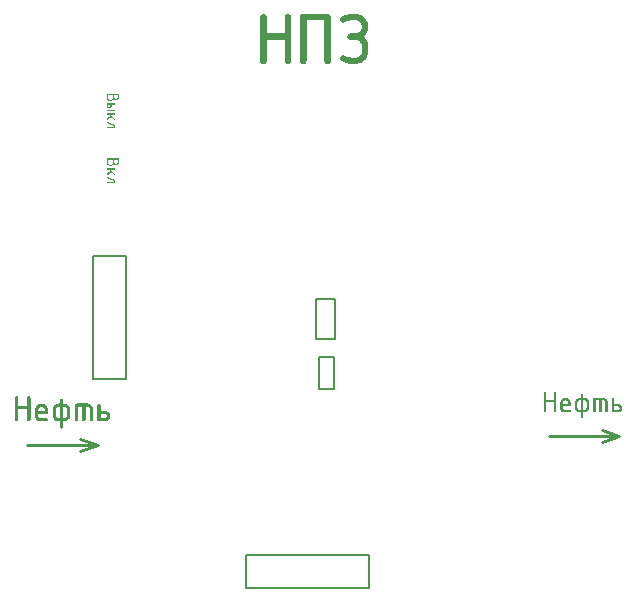
<source format=gto>
G04 Layer_Color=65535*
%FSLAX44Y44*%
%MOMM*%
G71*
G01*
G75*
%ADD21C,0.2000*%
%ADD22C,0.2540*%
G36*
X112003Y468165D02*
X112101Y468126D01*
X112179Y468048D01*
X112276Y467970D01*
X112335Y467834D01*
X112354Y467658D01*
Y467639D01*
Y467580D01*
X112335Y467483D01*
X112296Y467385D01*
X112218Y467307D01*
X112140Y467210D01*
X112003Y467151D01*
X111827Y467131D01*
X108902D01*
X112198Y463835D01*
X112218Y463815D01*
X112276Y463737D01*
X112335Y463620D01*
X112354Y463464D01*
Y463445D01*
Y463386D01*
X112335Y463288D01*
X112296Y463191D01*
X112218Y463113D01*
X112140Y463015D01*
X112003Y462957D01*
X111827Y462937D01*
X111789D01*
X111711Y462957D01*
X111574Y462996D01*
X111457Y463093D01*
X109136Y465395D01*
X105819Y463035D01*
X105800Y463015D01*
X105722Y462976D01*
X105624Y462957D01*
X105507Y462937D01*
X105429D01*
X105351Y462957D01*
X105254Y462996D01*
X105156Y463074D01*
X105078Y463152D01*
X105020Y463288D01*
X105000Y463464D01*
Y463484D01*
Y463503D01*
X105020Y463620D01*
X105098Y463757D01*
X105137Y463835D01*
X105215Y463893D01*
X108375Y466156D01*
X107399Y467131D01*
X105429D01*
X105351Y467151D01*
X105254Y467190D01*
X105156Y467268D01*
X105078Y467346D01*
X105020Y467483D01*
X105000Y467658D01*
Y467678D01*
Y467736D01*
X105020Y467834D01*
X105058Y467912D01*
X105117Y468009D01*
X105215Y468107D01*
X105332Y468165D01*
X105507Y468185D01*
X111906D01*
X112003Y468165D01*
D02*
G37*
G36*
X105683Y460811D02*
X111925Y458743D01*
X111945D01*
X111984Y458704D01*
X112062Y458665D01*
X112140Y458626D01*
X112218Y458548D01*
X112296Y458451D01*
X112335Y458353D01*
X112354Y458217D01*
Y456110D01*
Y456090D01*
Y456032D01*
X112335Y455934D01*
X112296Y455837D01*
X112218Y455759D01*
X112140Y455661D01*
X112003Y455603D01*
X111827Y455583D01*
X105429D01*
X105351Y455603D01*
X105254Y455642D01*
X105156Y455720D01*
X105078Y455798D01*
X105020Y455934D01*
X105000Y456110D01*
Y456129D01*
Y456188D01*
X105020Y456285D01*
X105058Y456363D01*
X105117Y456461D01*
X105215Y456558D01*
X105332Y456617D01*
X105507Y456637D01*
X111301D01*
Y457846D01*
X105351Y459816D01*
X105332D01*
X105293Y459836D01*
X105176Y459914D01*
X105117Y459992D01*
X105058Y460070D01*
X105020Y460167D01*
X105000Y460304D01*
Y460323D01*
Y460382D01*
X105020Y460480D01*
X105058Y460558D01*
X105137Y460655D01*
X105215Y460753D01*
X105351Y460811D01*
X105527Y460831D01*
X105585D01*
X105683Y460811D01*
D02*
G37*
G36*
X115163Y429981D02*
X115261Y429941D01*
X115339Y429883D01*
X115436Y429785D01*
X115495Y429668D01*
X115514Y429493D01*
Y426859D01*
Y426840D01*
Y426801D01*
Y426742D01*
X115495Y426664D01*
X115475Y426469D01*
X115417Y426216D01*
X115339Y425904D01*
X115202Y425591D01*
X115007Y425279D01*
X114754Y424987D01*
X114715Y424948D01*
X114617Y424870D01*
X114461Y424753D01*
X114227Y424596D01*
X113954Y424460D01*
X113642Y424343D01*
X113291Y424265D01*
X112881Y424226D01*
X112764D01*
X112666Y424245D01*
X112432Y424284D01*
X112159Y424343D01*
X111827Y424460D01*
X111476Y424636D01*
X111320Y424753D01*
X111145Y424870D01*
X110989Y425026D01*
X110833Y425201D01*
X110813Y425182D01*
X110794Y425143D01*
X110735Y425065D01*
X110657Y424967D01*
X110579Y424850D01*
X110462Y424733D01*
X110325Y424596D01*
X110169Y424440D01*
X109974Y424304D01*
X109779Y424167D01*
X109565Y424050D01*
X109311Y423933D01*
X109058Y423836D01*
X108765Y423758D01*
X108472Y423719D01*
X108141Y423699D01*
X108024D01*
X107926Y423719D01*
X107809D01*
X107673Y423738D01*
X107380Y423816D01*
X107029Y423933D01*
X106658Y424089D01*
X106268Y424323D01*
X106092Y424479D01*
X105917Y424636D01*
Y424655D01*
X105878Y424674D01*
X105839Y424733D01*
X105780Y424792D01*
X105624Y424987D01*
X105468Y425260D01*
X105293Y425572D01*
X105137Y425962D01*
X105039Y426391D01*
X105020Y426625D01*
X105000Y426859D01*
Y429493D01*
Y429512D01*
Y429571D01*
X105020Y429649D01*
X105058Y429746D01*
X105117Y429844D01*
X105215Y429922D01*
X105332Y429981D01*
X105507Y430000D01*
X115066D01*
X115163Y429981D01*
D02*
G37*
G36*
Y484981D02*
X115261Y484941D01*
X115339Y484883D01*
X115436Y484785D01*
X115495Y484668D01*
X115514Y484493D01*
Y481859D01*
Y481840D01*
Y481801D01*
Y481742D01*
X115495Y481664D01*
X115475Y481469D01*
X115417Y481216D01*
X115339Y480904D01*
X115202Y480591D01*
X115007Y480279D01*
X114754Y479987D01*
X114715Y479948D01*
X114617Y479870D01*
X114461Y479753D01*
X114227Y479596D01*
X113954Y479460D01*
X113642Y479343D01*
X113291Y479265D01*
X112881Y479226D01*
X112764D01*
X112666Y479245D01*
X112432Y479284D01*
X112159Y479343D01*
X111827Y479460D01*
X111476Y479636D01*
X111320Y479753D01*
X111145Y479870D01*
X110989Y480026D01*
X110833Y480201D01*
X110813Y480182D01*
X110794Y480143D01*
X110735Y480065D01*
X110657Y479967D01*
X110579Y479850D01*
X110462Y479733D01*
X110325Y479596D01*
X110169Y479440D01*
X109974Y479304D01*
X109779Y479167D01*
X109565Y479050D01*
X109311Y478933D01*
X109058Y478836D01*
X108765Y478758D01*
X108472Y478719D01*
X108141Y478699D01*
X108024D01*
X107926Y478719D01*
X107809D01*
X107673Y478738D01*
X107380Y478816D01*
X107029Y478933D01*
X106658Y479089D01*
X106268Y479323D01*
X106092Y479479D01*
X105917Y479636D01*
Y479655D01*
X105878Y479675D01*
X105839Y479733D01*
X105780Y479792D01*
X105624Y479987D01*
X105468Y480260D01*
X105293Y480572D01*
X105137Y480962D01*
X105039Y481391D01*
X105020Y481625D01*
X105000Y481859D01*
Y484493D01*
Y484512D01*
Y484571D01*
X105020Y484649D01*
X105058Y484746D01*
X105117Y484844D01*
X105215Y484922D01*
X105332Y484981D01*
X105507Y485000D01*
X115066D01*
X115163Y484981D01*
D02*
G37*
G36*
X112003Y476573D02*
X112101Y476534D01*
X112179Y476456D01*
X112276Y476378D01*
X112335Y476241D01*
X112354Y476066D01*
Y476046D01*
Y475988D01*
X112335Y475890D01*
X112296Y475793D01*
X112218Y475715D01*
X112140Y475617D01*
X112003Y475559D01*
X111827Y475539D01*
X109214D01*
Y474486D01*
Y474466D01*
Y474447D01*
Y474330D01*
X109175Y474174D01*
X109136Y473979D01*
X109058Y473744D01*
X108960Y473491D01*
X108804Y473237D01*
X108589Y473003D01*
X108570Y472984D01*
X108472Y472906D01*
X108355Y472808D01*
X108180Y472691D01*
X107965Y472574D01*
X107711Y472476D01*
X107419Y472398D01*
X107107Y472379D01*
X106951D01*
X106795Y472418D01*
X106580Y472457D01*
X106346Y472535D01*
X106092Y472632D01*
X105839Y472789D01*
X105605Y473003D01*
X105585Y473023D01*
X105507Y473120D01*
X105410Y473237D01*
X105312Y473413D01*
X105195Y473627D01*
X105098Y473881D01*
X105020Y474174D01*
X105000Y474486D01*
Y476066D01*
Y476085D01*
Y476144D01*
X105020Y476241D01*
X105058Y476319D01*
X105117Y476417D01*
X105215Y476514D01*
X105332Y476573D01*
X105507Y476592D01*
X111906D01*
X112003Y476573D01*
D02*
G37*
G36*
Y471325D02*
X112101Y471287D01*
X112179Y471208D01*
X112276Y471130D01*
X112335Y470994D01*
X112354Y470818D01*
Y470799D01*
Y470740D01*
X112335Y470643D01*
X112296Y470545D01*
X112218Y470467D01*
X112140Y470370D01*
X112003Y470311D01*
X111827Y470292D01*
X105429D01*
X105351Y470311D01*
X105254Y470350D01*
X105156Y470428D01*
X105078Y470506D01*
X105020Y470643D01*
X105000Y470818D01*
Y470838D01*
Y470896D01*
X105020Y470994D01*
X105058Y471072D01*
X105117Y471169D01*
X105215Y471267D01*
X105332Y471325D01*
X105507Y471345D01*
X111906D01*
X112003Y471325D01*
D02*
G37*
G36*
Y421573D02*
X112101Y421534D01*
X112179Y421456D01*
X112276Y421378D01*
X112335Y421241D01*
X112354Y421066D01*
Y421046D01*
Y420988D01*
X112335Y420890D01*
X112296Y420793D01*
X112218Y420715D01*
X112140Y420617D01*
X112003Y420559D01*
X111827Y420539D01*
X108902D01*
X112198Y417242D01*
X112218Y417223D01*
X112276Y417145D01*
X112335Y417028D01*
X112354Y416872D01*
Y416852D01*
Y416794D01*
X112335Y416696D01*
X112296Y416599D01*
X112218Y416521D01*
X112140Y416423D01*
X112003Y416365D01*
X111827Y416345D01*
X111789D01*
X111711Y416365D01*
X111574Y416404D01*
X111457Y416501D01*
X109136Y418803D01*
X105819Y416442D01*
X105800Y416423D01*
X105722Y416384D01*
X105624Y416365D01*
X105507Y416345D01*
X105429D01*
X105351Y416365D01*
X105254Y416404D01*
X105156Y416482D01*
X105078Y416559D01*
X105020Y416696D01*
X105000Y416872D01*
Y416891D01*
Y416911D01*
X105020Y417028D01*
X105098Y417164D01*
X105137Y417242D01*
X105215Y417301D01*
X108375Y419564D01*
X107399Y420539D01*
X105429D01*
X105351Y420559D01*
X105254Y420597D01*
X105156Y420676D01*
X105078Y420754D01*
X105020Y420890D01*
X105000Y421066D01*
Y421085D01*
Y421144D01*
X105020Y421241D01*
X105058Y421319D01*
X105117Y421417D01*
X105215Y421514D01*
X105332Y421573D01*
X105507Y421592D01*
X111906D01*
X112003Y421573D01*
D02*
G37*
G36*
X89417Y222491D02*
X89847Y222413D01*
X90354Y222257D01*
X90862Y222023D01*
X91408Y221672D01*
X91916Y221242D01*
X91955Y221203D01*
X92111Y221008D01*
X92345Y220735D01*
X92579Y220383D01*
X92814Y219915D01*
X93048Y219368D01*
X93204Y218783D01*
X93243Y218119D01*
Y208827D01*
Y208788D01*
X93204Y208632D01*
X93165Y208398D01*
X93087Y208164D01*
X92892Y207929D01*
X92657Y207695D01*
X92306Y207539D01*
X91838Y207500D01*
X91798D01*
X91642Y207539D01*
X91408Y207578D01*
X91174Y207656D01*
X90940Y207812D01*
X90705Y208047D01*
X90549Y208398D01*
X90510Y208827D01*
Y218119D01*
Y218158D01*
Y218236D01*
X90471Y218392D01*
X90432Y218548D01*
X90276Y218978D01*
X90159Y219173D01*
X89964Y219368D01*
X89925Y219407D01*
X89886Y219446D01*
X89768Y219524D01*
X89612Y219641D01*
X89222Y219798D01*
X89027Y219837D01*
X88753Y219876D01*
X87036D01*
Y208827D01*
Y208788D01*
X86997Y208632D01*
X86958Y208398D01*
X86880Y208164D01*
X86684Y207929D01*
X86450Y207695D01*
X86099Y207539D01*
X85630Y207500D01*
X85591D01*
X85435Y207539D01*
X85201Y207578D01*
X84967Y207656D01*
X84732Y207812D01*
X84498Y208047D01*
X84342Y208398D01*
X84303Y208827D01*
Y219876D01*
X80828D01*
Y208827D01*
Y208788D01*
X80789Y208632D01*
X80750Y208398D01*
X80672Y208164D01*
X80477Y207929D01*
X80243Y207695D01*
X79891Y207539D01*
X79423Y207500D01*
X79384D01*
X79228Y207539D01*
X78994Y207578D01*
X78759Y207656D01*
X78525Y207812D01*
X78291Y208047D01*
X78135Y208398D01*
X78096Y208827D01*
Y221203D01*
Y221281D01*
X78135Y221437D01*
X78174Y221632D01*
X78252Y221906D01*
X78408Y222140D01*
X78642Y222374D01*
X78994Y222530D01*
X79423Y222569D01*
X89066D01*
X89417Y222491D01*
D02*
G37*
G36*
X50221Y222530D02*
X50651Y222491D01*
X51197Y222374D01*
X51783Y222179D01*
X52446Y221906D01*
X53110Y221515D01*
X53735Y220969D01*
X53813Y220891D01*
X53969Y220695D01*
X54242Y220344D01*
X54555Y219876D01*
X54828Y219329D01*
X55101Y218665D01*
X55257Y217924D01*
X55335Y217104D01*
Y213707D01*
X47098D01*
Y211951D01*
Y211912D01*
Y211833D01*
X47137Y211677D01*
X47176Y211521D01*
X47332Y211131D01*
X47449Y210896D01*
X47606Y210701D01*
X47645Y210662D01*
X47684Y210623D01*
X47801Y210545D01*
X47957Y210467D01*
X48308Y210272D01*
X48542Y210233D01*
X48777Y210194D01*
X54008D01*
X54164Y210155D01*
X54359Y210116D01*
X54633Y210038D01*
X54906Y209842D01*
X55101Y209608D01*
X55257Y209296D01*
X55335Y208827D01*
Y208788D01*
X55296Y208632D01*
X55257Y208398D01*
X55179Y208164D01*
X54984Y207929D01*
X54750Y207695D01*
X54398Y207539D01*
X53930Y207500D01*
X48699D01*
X48464Y207539D01*
X48113Y207578D01*
X47684Y207656D01*
X47176Y207812D01*
X46669Y208047D01*
X46122Y208320D01*
X45615Y208749D01*
X45575Y208827D01*
X45419Y208983D01*
X45224Y209257D01*
X44990Y209647D01*
X44756Y210077D01*
X44560Y210623D01*
X44404Y211248D01*
X44365Y211912D01*
Y217065D01*
Y217104D01*
Y217182D01*
Y217299D01*
X44404Y217455D01*
X44443Y217885D01*
X44560Y218431D01*
X44756Y219017D01*
X45029Y219680D01*
X45419Y220344D01*
X45927Y220969D01*
X46005Y221047D01*
X46200Y221203D01*
X46551Y221476D01*
X47020Y221789D01*
X47566Y222062D01*
X48269Y222335D01*
X49011Y222491D01*
X49831Y222569D01*
X50065D01*
X50221Y222530D01*
D02*
G37*
G36*
X66891Y226669D02*
X67086Y226630D01*
X67360Y226551D01*
X67633Y226356D01*
X67828Y226122D01*
X67984Y225810D01*
X68062Y225341D01*
Y222569D01*
X68375D01*
X68687Y222530D01*
X69116D01*
X69546Y222452D01*
X70014Y222374D01*
X70483Y222296D01*
X70873Y222140D01*
X70951Y222101D01*
X71146Y222023D01*
X71420Y221867D01*
X71771Y221672D01*
X72161Y221359D01*
X72552Y221008D01*
X72981Y220617D01*
X73333Y220110D01*
X73372Y220032D01*
X73489Y219876D01*
X73645Y219602D01*
X73801Y219212D01*
X73957Y218783D01*
X74113Y218275D01*
X74231Y217689D01*
X74270Y217104D01*
Y212966D01*
Y212927D01*
Y212848D01*
Y212731D01*
X74231Y212575D01*
X74192Y212185D01*
X74075Y211638D01*
X73879Y211014D01*
X73567Y210389D01*
X73177Y209725D01*
X72630Y209101D01*
X72552Y209023D01*
X72357Y208866D01*
X72005Y208593D01*
X71537Y208320D01*
X70990Y208008D01*
X70327Y207734D01*
X69546Y207578D01*
X68726Y207500D01*
X68062D01*
Y202659D01*
Y202620D01*
X68023Y202464D01*
X67984Y202230D01*
X67906Y201995D01*
X67711Y201722D01*
X67477Y201527D01*
X67125Y201371D01*
X66657Y201293D01*
X66618D01*
X66462Y201332D01*
X66227Y201371D01*
X65993Y201449D01*
X65759Y201644D01*
X65525Y201878D01*
X65369Y202191D01*
X65330Y202659D01*
Y207500D01*
X64354D01*
X64197Y207539D01*
X63807Y207578D01*
X63260Y207695D01*
X62636Y207890D01*
X62011Y208164D01*
X61347Y208554D01*
X60723Y209062D01*
X60645Y209140D01*
X60489Y209335D01*
X60215Y209686D01*
X59942Y210155D01*
X59630Y210701D01*
X59356Y211404D01*
X59200Y212146D01*
X59122Y212966D01*
Y217065D01*
Y217104D01*
Y217182D01*
Y217299D01*
X59161Y217455D01*
X59200Y217885D01*
X59317Y218431D01*
X59513Y219017D01*
X59786Y219680D01*
X60176Y220344D01*
X60723Y220969D01*
X60801Y221047D01*
X60996Y221203D01*
X61347Y221476D01*
X61816Y221789D01*
X62362Y222062D01*
X63026Y222335D01*
X63768Y222491D01*
X64588Y222569D01*
X65330D01*
Y225341D01*
Y225419D01*
X65369Y225575D01*
X65408Y225771D01*
X65486Y226044D01*
X65642Y226278D01*
X65876Y226512D01*
X66227Y226669D01*
X66657Y226708D01*
X66735D01*
X66891Y226669D01*
D02*
G37*
G36*
X105683Y414219D02*
X111925Y412151D01*
X111945D01*
X111984Y412112D01*
X112062Y412073D01*
X112140Y412034D01*
X112218Y411956D01*
X112296Y411858D01*
X112335Y411761D01*
X112354Y411624D01*
Y409517D01*
Y409498D01*
Y409439D01*
X112335Y409342D01*
X112296Y409244D01*
X112218Y409166D01*
X112140Y409069D01*
X112003Y409010D01*
X111827Y408991D01*
X105429D01*
X105351Y409010D01*
X105254Y409049D01*
X105156Y409127D01*
X105078Y409205D01*
X105020Y409342D01*
X105000Y409517D01*
Y409537D01*
Y409595D01*
X105020Y409693D01*
X105058Y409771D01*
X105117Y409869D01*
X105215Y409966D01*
X105332Y410025D01*
X105507Y410044D01*
X111301D01*
Y411254D01*
X105351Y413224D01*
X105332D01*
X105293Y413243D01*
X105176Y413321D01*
X105117Y413399D01*
X105058Y413477D01*
X105020Y413575D01*
X105000Y413712D01*
Y413731D01*
Y413789D01*
X105020Y413887D01*
X105058Y413965D01*
X105137Y414063D01*
X105215Y414160D01*
X105351Y414219D01*
X105527Y414238D01*
X105585D01*
X105683Y414219D01*
D02*
G37*
G36*
X39368Y228738D02*
X39563Y228699D01*
X39837Y228620D01*
X40110Y228425D01*
X40305Y228191D01*
X40461Y227879D01*
X40539Y227410D01*
Y208827D01*
Y208788D01*
X40500Y208632D01*
X40461Y208398D01*
X40383Y208164D01*
X40188Y207929D01*
X39954Y207695D01*
X39602Y207539D01*
X39134Y207500D01*
X39095D01*
X38939Y207539D01*
X38704Y207578D01*
X38470Y207656D01*
X38236Y207812D01*
X38002Y208047D01*
X37845Y208398D01*
X37806Y208827D01*
Y217806D01*
X30233D01*
Y208827D01*
Y208788D01*
X30194Y208632D01*
X30155Y208398D01*
X30077Y208164D01*
X29881Y207929D01*
X29647Y207695D01*
X29296Y207539D01*
X28827Y207500D01*
X28788D01*
X28632Y207539D01*
X28398Y207578D01*
X28164Y207656D01*
X27929Y207812D01*
X27695Y208047D01*
X27539Y208398D01*
X27500Y208827D01*
Y227410D01*
Y227488D01*
X27539Y227645D01*
X27578Y227840D01*
X27656Y228113D01*
X27812Y228347D01*
X28047Y228582D01*
X28398Y228738D01*
X28827Y228777D01*
X28905D01*
X29062Y228738D01*
X29257Y228699D01*
X29530Y228620D01*
X29803Y228425D01*
X29999Y228191D01*
X30155Y227879D01*
X30233Y227410D01*
Y220500D01*
X37806D01*
Y227410D01*
Y227488D01*
X37845Y227645D01*
X37885Y227840D01*
X37963Y228113D01*
X38119Y228347D01*
X38353Y228582D01*
X38704Y228738D01*
X39134Y228777D01*
X39212D01*
X39368Y228738D01*
D02*
G37*
G36*
X98631Y222530D02*
X98826Y222491D01*
X99099Y222413D01*
X99372Y222218D01*
X99567Y221984D01*
X99724Y221672D01*
X99802Y221203D01*
Y216401D01*
X103862D01*
X104213Y216323D01*
X104643Y216245D01*
X105150Y216089D01*
X105658Y215854D01*
X106204Y215503D01*
X106712Y215074D01*
X106751Y215035D01*
X106907Y214839D01*
X107141Y214566D01*
X107375Y214215D01*
X107610Y213746D01*
X107844Y213200D01*
X108000Y212614D01*
X108039Y211951D01*
Y211912D01*
Y211873D01*
Y211638D01*
X107961Y211287D01*
X107883Y210857D01*
X107727Y210350D01*
X107493Y209842D01*
X107141Y209296D01*
X106712Y208788D01*
X106673Y208749D01*
X106477Y208593D01*
X106204Y208398D01*
X105853Y208164D01*
X105384Y207890D01*
X104838Y207695D01*
X104213Y207539D01*
X103549Y207500D01*
X98357D01*
X98201Y207539D01*
X97967Y207578D01*
X97733Y207656D01*
X97498Y207812D01*
X97264Y208047D01*
X97108Y208398D01*
X97069Y208827D01*
Y221203D01*
Y221281D01*
X97108Y221437D01*
X97147Y221632D01*
X97225Y221906D01*
X97381Y222140D01*
X97615Y222374D01*
X97967Y222530D01*
X98396Y222569D01*
X98474D01*
X98631Y222530D01*
D02*
G37*
G36*
X526081Y227368D02*
X526435Y227303D01*
X526854Y227174D01*
X527272Y226981D01*
X527723Y226691D01*
X528142Y226337D01*
X528174Y226305D01*
X528303Y226144D01*
X528496Y225918D01*
X528689Y225628D01*
X528883Y225242D01*
X529076Y224791D01*
X529205Y224308D01*
X529237Y223760D01*
Y216095D01*
Y216063D01*
X529205Y215934D01*
X529173Y215741D01*
X529108Y215548D01*
X528947Y215354D01*
X528754Y215161D01*
X528464Y215032D01*
X528078Y215000D01*
X528045D01*
X527916Y215032D01*
X527723Y215064D01*
X527530Y215129D01*
X527337Y215258D01*
X527144Y215451D01*
X527015Y215741D01*
X526982Y216095D01*
Y223760D01*
Y223793D01*
Y223857D01*
X526950Y223986D01*
X526918Y224115D01*
X526789Y224469D01*
X526693Y224630D01*
X526531Y224791D01*
X526499Y224823D01*
X526467Y224855D01*
X526371Y224920D01*
X526242Y225016D01*
X525920Y225145D01*
X525759Y225177D01*
X525533Y225210D01*
X524116D01*
Y216095D01*
Y216063D01*
X524084Y215934D01*
X524052Y215741D01*
X523987Y215548D01*
X523826Y215354D01*
X523633Y215161D01*
X523343Y215032D01*
X522957Y215000D01*
X522924D01*
X522795Y215032D01*
X522602Y215064D01*
X522409Y215129D01*
X522216Y215258D01*
X522023Y215451D01*
X521894Y215741D01*
X521861Y216095D01*
Y225210D01*
X518995D01*
Y216095D01*
Y216063D01*
X518963Y215934D01*
X518931Y215741D01*
X518866Y215548D01*
X518705Y215354D01*
X518512Y215161D01*
X518222Y215032D01*
X517836Y215000D01*
X517803D01*
X517675Y215032D01*
X517481Y215064D01*
X517288Y215129D01*
X517095Y215258D01*
X516902Y215451D01*
X516773Y215741D01*
X516740Y216095D01*
Y226305D01*
Y226369D01*
X516773Y226498D01*
X516805Y226659D01*
X516869Y226884D01*
X516998Y227078D01*
X517191Y227271D01*
X517481Y227400D01*
X517836Y227432D01*
X525791D01*
X526081Y227368D01*
D02*
G37*
G36*
X493745Y227400D02*
X494099Y227368D01*
X494550Y227271D01*
X495033Y227110D01*
X495580Y226884D01*
X496128Y226562D01*
X496643Y226112D01*
X496708Y226047D01*
X496837Y225886D01*
X497062Y225596D01*
X497320Y225210D01*
X497545Y224759D01*
X497771Y224211D01*
X497899Y223599D01*
X497964Y222923D01*
Y220121D01*
X491168D01*
Y218672D01*
Y218639D01*
Y218575D01*
X491200Y218446D01*
X491232Y218317D01*
X491361Y217995D01*
X491458Y217802D01*
X491587Y217641D01*
X491619Y217609D01*
X491651Y217577D01*
X491748Y217512D01*
X491877Y217448D01*
X492166Y217287D01*
X492360Y217255D01*
X492553Y217222D01*
X496869D01*
X496997Y217190D01*
X497159Y217158D01*
X497384Y217094D01*
X497609Y216932D01*
X497771Y216739D01*
X497899Y216481D01*
X497964Y216095D01*
Y216063D01*
X497932Y215934D01*
X497899Y215741D01*
X497835Y215548D01*
X497674Y215354D01*
X497481Y215161D01*
X497191Y215032D01*
X496804Y215000D01*
X492489D01*
X492295Y215032D01*
X492005Y215064D01*
X491651Y215129D01*
X491232Y215258D01*
X490814Y215451D01*
X490363Y215676D01*
X489944Y216031D01*
X489912Y216095D01*
X489783Y216224D01*
X489622Y216449D01*
X489429Y216771D01*
X489236Y217126D01*
X489075Y217577D01*
X488946Y218092D01*
X488913Y218639D01*
Y222891D01*
Y222923D01*
Y222987D01*
Y223084D01*
X488946Y223213D01*
X488978Y223567D01*
X489075Y224018D01*
X489236Y224501D01*
X489461Y225049D01*
X489783Y225596D01*
X490202Y226112D01*
X490266Y226176D01*
X490427Y226305D01*
X490717Y226530D01*
X491104Y226788D01*
X491554Y227013D01*
X492134Y227239D01*
X492746Y227368D01*
X493423Y227432D01*
X493616D01*
X493745Y227400D01*
D02*
G37*
G36*
X484791Y232521D02*
X484952Y232488D01*
X485177Y232424D01*
X485403Y232263D01*
X485564Y232070D01*
X485693Y231812D01*
X485757Y231426D01*
Y216095D01*
Y216063D01*
X485725Y215934D01*
X485693Y215741D01*
X485628Y215548D01*
X485467Y215354D01*
X485274Y215161D01*
X484984Y215032D01*
X484598Y215000D01*
X484566D01*
X484437Y215032D01*
X484244Y215064D01*
X484050Y215129D01*
X483857Y215258D01*
X483664Y215451D01*
X483535Y215741D01*
X483503Y216095D01*
Y223503D01*
X477254D01*
Y216095D01*
Y216063D01*
X477222Y215934D01*
X477190Y215741D01*
X477126Y215548D01*
X476965Y215354D01*
X476771Y215161D01*
X476482Y215032D01*
X476095Y215000D01*
X476063D01*
X475934Y215032D01*
X475741Y215064D01*
X475547Y215129D01*
X475354Y215258D01*
X475161Y215451D01*
X475032Y215741D01*
X475000Y216095D01*
Y231426D01*
Y231490D01*
X475032Y231619D01*
X475064Y231780D01*
X475129Y232005D01*
X475258Y232199D01*
X475451Y232392D01*
X475741Y232521D01*
X476095Y232553D01*
X476160D01*
X476288Y232521D01*
X476449Y232488D01*
X476675Y232424D01*
X476900Y232263D01*
X477061Y232070D01*
X477190Y231812D01*
X477254Y231426D01*
Y225725D01*
X483503D01*
Y231426D01*
Y231490D01*
X483535Y231619D01*
X483567Y231780D01*
X483632Y232005D01*
X483760Y232199D01*
X483954Y232392D01*
X484244Y232521D01*
X484598Y232553D01*
X484662D01*
X484791Y232521D01*
D02*
G37*
G36*
X533681Y227400D02*
X533843Y227368D01*
X534068Y227303D01*
X534294Y227142D01*
X534454Y226949D01*
X534583Y226691D01*
X534648Y226305D01*
Y222343D01*
X537997D01*
X538287Y222279D01*
X538641Y222214D01*
X539060Y222086D01*
X539479Y221892D01*
X539930Y221602D01*
X540348Y221248D01*
X540381Y221216D01*
X540509Y221055D01*
X540703Y220830D01*
X540896Y220540D01*
X541089Y220153D01*
X541282Y219702D01*
X541411Y219219D01*
X541443Y218672D01*
Y218639D01*
Y218607D01*
Y218414D01*
X541379Y218124D01*
X541315Y217770D01*
X541186Y217351D01*
X540993Y216932D01*
X540703Y216481D01*
X540348Y216063D01*
X540316Y216031D01*
X540155Y215902D01*
X539930Y215741D01*
X539640Y215548D01*
X539253Y215322D01*
X538802Y215161D01*
X538287Y215032D01*
X537740Y215000D01*
X533456D01*
X533327Y215032D01*
X533134Y215064D01*
X532941Y215129D01*
X532747Y215258D01*
X532554Y215451D01*
X532425Y215741D01*
X532393Y216095D01*
Y226305D01*
Y226369D01*
X532425Y226498D01*
X532458Y226659D01*
X532522Y226884D01*
X532651Y227078D01*
X532844Y227271D01*
X533134Y227400D01*
X533488Y227432D01*
X533553D01*
X533681Y227400D01*
D02*
G37*
G36*
X316229Y552489D02*
X317088Y552411D01*
X318182Y552177D01*
X319353Y551786D01*
X320681Y551161D01*
X322009Y550380D01*
X323259Y549287D01*
X323415Y549131D01*
X323805Y548740D01*
X324274Y548037D01*
X324899Y547100D01*
X325524Y546006D01*
X325992Y544679D01*
X326383Y543195D01*
X326539Y541554D01*
Y541476D01*
Y541320D01*
Y541008D01*
X326461Y540695D01*
X326383Y540227D01*
X326305Y539680D01*
X325992Y538508D01*
X325524Y537181D01*
X324821Y535775D01*
X324352Y535150D01*
X323805Y534447D01*
X323102Y533822D01*
X322399Y533275D01*
X322556Y533197D01*
X322868Y532963D01*
X323337Y532494D01*
X323962Y531869D01*
X324586Y531166D01*
X325133Y530229D01*
X325680Y529136D01*
X326070Y527886D01*
Y527808D01*
X326148Y527574D01*
X326227Y527105D01*
X326305Y526402D01*
X326383Y525465D01*
X326461Y524215D01*
X326539Y522731D01*
Y521872D01*
Y520935D01*
Y520857D01*
Y520700D01*
Y520466D01*
X326461Y520154D01*
X326383Y519373D01*
X326148Y518279D01*
X325758Y517029D01*
X325133Y515780D01*
X324352Y514452D01*
X323259Y513202D01*
X323102Y513046D01*
X322712Y512734D01*
X322009Y512187D01*
X321072Y511640D01*
X319978Y511015D01*
X318650Y510469D01*
X317088Y510156D01*
X315448Y510000D01*
X312871D01*
X312558Y510078D01*
X312090D01*
X311543Y510156D01*
X310293Y510312D01*
X308809Y510547D01*
X307247Y511015D01*
X305607Y511562D01*
X303967Y512343D01*
X303889Y512421D01*
X303732Y512499D01*
X303264Y512968D01*
X302717Y513671D01*
X302561Y514140D01*
X302483Y514686D01*
Y514764D01*
Y514921D01*
X302561Y515389D01*
X302795Y516014D01*
X303264Y516639D01*
X303420Y516795D01*
X303811Y517029D01*
X304357Y517264D01*
X305138Y517420D01*
X305529D01*
X305919Y517264D01*
X306388Y517108D01*
X306466Y517029D01*
X306779Y516951D01*
X307247Y516717D01*
X307872Y516483D01*
X308497Y516248D01*
X309278Y516014D01*
X309981Y515780D01*
X310762Y515624D01*
X311074D01*
X311387Y515546D01*
X311933D01*
X312558Y515467D01*
X313339D01*
X314355Y515389D01*
X315839D01*
X316307Y515467D01*
X316854Y515624D01*
X317401Y515780D01*
X318104Y516014D01*
X318729Y516405D01*
X319353Y516951D01*
X319431Y517029D01*
X319588Y517264D01*
X319900Y517576D01*
X320213Y518045D01*
X320447Y518592D01*
X320759Y519295D01*
X320915Y520076D01*
X320994Y520857D01*
Y524996D01*
Y525074D01*
Y525230D01*
Y525543D01*
X320915Y525855D01*
X320837Y526715D01*
X320525Y527495D01*
X320447Y527652D01*
X320135Y527964D01*
X319744Y528511D01*
X319119Y529058D01*
X318260Y529604D01*
X317245Y530151D01*
X316073Y530463D01*
X314667Y530620D01*
X311933D01*
X311543Y530698D01*
X311152D01*
X310215Y530932D01*
X309746Y531166D01*
X309434Y531401D01*
X309278Y531557D01*
X309044Y531948D01*
X308809Y532494D01*
X308653Y533275D01*
Y533353D01*
Y533510D01*
X308731Y533978D01*
X308965Y534603D01*
X309434Y535228D01*
X309512D01*
X309590Y535384D01*
X309825Y535462D01*
X310059Y535619D01*
X310449Y535775D01*
X310918Y535853D01*
X311465Y536009D01*
X315214D01*
X315761Y536087D01*
X316464Y536243D01*
X317167Y536399D01*
X317948Y536712D01*
X318650Y537103D01*
X319353Y537649D01*
X319431Y537727D01*
X319588Y537962D01*
X319900Y538274D01*
X320213Y538743D01*
X320447Y539289D01*
X320759Y539992D01*
X320915Y540773D01*
X320994Y541554D01*
Y541632D01*
Y541945D01*
X320915Y542414D01*
X320759Y542960D01*
X320603Y543585D01*
X320291Y544210D01*
X319900Y544913D01*
X319353Y545538D01*
X319275Y545616D01*
X319041Y545772D01*
X318729Y546085D01*
X318260Y546397D01*
X317713Y546631D01*
X317010Y546944D01*
X316307Y547100D01*
X315448Y547178D01*
X312793D01*
X312168Y547100D01*
X311231Y546944D01*
X310215Y546709D01*
X309044Y546397D01*
X307716Y546006D01*
X306388Y545382D01*
X306310Y545303D01*
X305998Y545225D01*
X305607Y545147D01*
X305138Y545069D01*
X304982D01*
X304513Y545147D01*
X303889Y545382D01*
X303264Y545850D01*
X303108Y546006D01*
X302873Y546397D01*
X302639Y546944D01*
X302483Y547725D01*
Y547803D01*
Y547959D01*
X302561Y548271D01*
X302639Y548584D01*
X302795Y548896D01*
X302951Y549209D01*
X303264Y549521D01*
X303654Y549756D01*
X303732D01*
X303889Y549912D01*
X304123Y549990D01*
X304435Y550224D01*
X304826Y550380D01*
X305373Y550615D01*
X306544Y551161D01*
X308028Y551708D01*
X309668Y552099D01*
X311465Y552411D01*
X313417Y552567D01*
X315917D01*
X316229Y552489D01*
D02*
G37*
G36*
X258744D02*
X259135Y552411D01*
X259681Y552255D01*
X260228Y551864D01*
X260618Y551396D01*
X260931Y550771D01*
X261087Y549834D01*
Y512656D01*
Y512578D01*
X261009Y512265D01*
X260931Y511796D01*
X260775Y511328D01*
X260384Y510859D01*
X259916Y510391D01*
X259213Y510078D01*
X258275Y510000D01*
X258197D01*
X257885Y510078D01*
X257416Y510156D01*
X256947Y510312D01*
X256479Y510625D01*
X256010Y511093D01*
X255698Y511796D01*
X255620Y512656D01*
Y530620D01*
X240467D01*
Y512656D01*
Y512578D01*
X240389Y512265D01*
X240311Y511796D01*
X240155Y511328D01*
X239764Y510859D01*
X239296Y510391D01*
X238593Y510078D01*
X237656Y510000D01*
X237577D01*
X237265Y510078D01*
X236796Y510156D01*
X236328Y510312D01*
X235859Y510625D01*
X235390Y511093D01*
X235078Y511796D01*
X235000Y512656D01*
Y549834D01*
Y549990D01*
X235078Y550302D01*
X235156Y550693D01*
X235312Y551240D01*
X235625Y551708D01*
X236094Y552177D01*
X236796Y552489D01*
X237656Y552567D01*
X237812D01*
X238124Y552489D01*
X238515Y552411D01*
X239062Y552255D01*
X239608Y551864D01*
X239999Y551396D01*
X240311Y550771D01*
X240467Y549834D01*
Y536009D01*
X255620D01*
Y549834D01*
Y549990D01*
X255698Y550302D01*
X255776Y550693D01*
X255932Y551240D01*
X256245Y551708D01*
X256713Y552177D01*
X257416Y552489D01*
X258275Y552567D01*
X258431D01*
X258744Y552489D01*
D02*
G37*
G36*
X507497Y230814D02*
X507658Y230781D01*
X507884Y230717D01*
X508109Y230556D01*
X508270Y230363D01*
X508399Y230105D01*
X508463Y229719D01*
Y227432D01*
X508721D01*
X508979Y227400D01*
X509333D01*
X509687Y227335D01*
X510074Y227271D01*
X510460Y227206D01*
X510782Y227078D01*
X510847Y227045D01*
X511008Y226981D01*
X511233Y226852D01*
X511523Y226691D01*
X511845Y226434D01*
X512167Y226144D01*
X512521Y225822D01*
X512811Y225403D01*
X512844Y225338D01*
X512940Y225210D01*
X513069Y224984D01*
X513198Y224662D01*
X513327Y224308D01*
X513455Y223889D01*
X513552Y223406D01*
X513584Y222923D01*
Y219509D01*
Y219477D01*
Y219412D01*
Y219316D01*
X513552Y219187D01*
X513520Y218865D01*
X513423Y218414D01*
X513262Y217899D01*
X513004Y217383D01*
X512682Y216836D01*
X512231Y216320D01*
X512167Y216256D01*
X512006Y216127D01*
X511716Y215902D01*
X511330Y215676D01*
X510879Y215419D01*
X510331Y215193D01*
X509687Y215064D01*
X509011Y215000D01*
X508463D01*
Y211006D01*
Y210974D01*
X508431Y210845D01*
X508399Y210652D01*
X508335Y210459D01*
X508173Y210233D01*
X507980Y210072D01*
X507690Y209944D01*
X507304Y209879D01*
X507272D01*
X507143Y209911D01*
X506950Y209944D01*
X506756Y210008D01*
X506563Y210169D01*
X506370Y210362D01*
X506241Y210620D01*
X506209Y211006D01*
Y215000D01*
X505404D01*
X505275Y215032D01*
X504953Y215064D01*
X504502Y215161D01*
X503987Y215322D01*
X503471Y215548D01*
X502924Y215870D01*
X502408Y216288D01*
X502344Y216353D01*
X502215Y216514D01*
X501990Y216804D01*
X501764Y217190D01*
X501507Y217641D01*
X501281Y218221D01*
X501152Y218833D01*
X501088Y219509D01*
Y222891D01*
Y222923D01*
Y222987D01*
Y223084D01*
X501120Y223213D01*
X501152Y223567D01*
X501249Y224018D01*
X501410Y224501D01*
X501635Y225049D01*
X501957Y225596D01*
X502408Y226112D01*
X502473Y226176D01*
X502634Y226305D01*
X502924Y226530D01*
X503310Y226788D01*
X503761Y227013D01*
X504309Y227239D01*
X504921Y227368D01*
X505597Y227432D01*
X506209D01*
Y229719D01*
Y229783D01*
X506241Y229912D01*
X506273Y230073D01*
X506338Y230298D01*
X506466Y230492D01*
X506660Y230685D01*
X506950Y230814D01*
X507304Y230846D01*
X507368D01*
X507497Y230814D01*
D02*
G37*
G36*
X292485Y552489D02*
X292876Y552411D01*
X293423Y552255D01*
X293969Y551864D01*
X294360Y551396D01*
X294672Y550771D01*
X294828Y549834D01*
Y512656D01*
Y512578D01*
X294750Y512265D01*
X294672Y511796D01*
X294516Y511328D01*
X294125Y510859D01*
X293657Y510391D01*
X292954Y510078D01*
X292017Y510000D01*
X291939D01*
X291626Y510078D01*
X291157Y510156D01*
X290689Y510312D01*
X290220Y510625D01*
X289752Y511093D01*
X289439Y511796D01*
X289361Y512656D01*
Y547178D01*
X274209D01*
Y512656D01*
Y512578D01*
X274131Y512265D01*
X274053Y511796D01*
X273896Y511328D01*
X273506Y510859D01*
X273037Y510391D01*
X272334Y510078D01*
X271397Y510000D01*
X271319D01*
X271006Y510078D01*
X270538Y510156D01*
X270069Y510312D01*
X269601Y510625D01*
X269132Y511093D01*
X268820Y511796D01*
X268741Y512656D01*
Y549834D01*
Y549990D01*
X268820Y550302D01*
X268898Y550693D01*
X269054Y551240D01*
X269366Y551708D01*
X269835Y552177D01*
X270538Y552489D01*
X271397Y552567D01*
X292173D01*
X292485Y552489D01*
D02*
G37*
%LPC*%
G36*
X114461Y428947D02*
X111301D01*
Y426859D01*
Y426840D01*
Y426742D01*
X111320Y426625D01*
X111359Y426469D01*
X111418Y426313D01*
X111496Y426118D01*
X111594Y425923D01*
X111749Y425747D01*
X111769Y425728D01*
X111827Y425669D01*
X111925Y425591D01*
X112062Y425513D01*
X112237Y425435D01*
X112432Y425357D01*
X112647Y425299D01*
X112881Y425279D01*
X112998D01*
X113115Y425299D01*
X113271Y425338D01*
X113427Y425396D01*
X113622Y425474D01*
X113817Y425591D01*
X113993Y425747D01*
X114012Y425767D01*
X114071Y425826D01*
X114149Y425923D01*
X114227Y426059D01*
X114305Y426216D01*
X114383Y426411D01*
X114441Y426625D01*
X114461Y426859D01*
Y428947D01*
D02*
G37*
G36*
X110247D02*
X106053D01*
Y426859D01*
Y426840D01*
Y426820D01*
X106073Y426703D01*
X106092Y426547D01*
X106131Y426352D01*
X106209Y426118D01*
X106307Y425864D01*
X106463Y425611D01*
X106658Y425377D01*
X106678Y425357D01*
X106775Y425279D01*
X106892Y425182D01*
X107068Y425065D01*
X107282Y424948D01*
X107536Y424850D01*
X107829Y424772D01*
X108141Y424753D01*
X108297D01*
X108453Y424792D01*
X108648Y424831D01*
X108882Y424909D01*
X109136Y425006D01*
X109389Y425162D01*
X109623Y425377D01*
X109643Y425396D01*
X109721Y425494D01*
X109818Y425611D01*
X109935Y425786D01*
X110052Y426001D01*
X110150Y426255D01*
X110228Y426547D01*
X110247Y426859D01*
Y428947D01*
D02*
G37*
G36*
Y483947D02*
X106053D01*
Y481859D01*
Y481840D01*
Y481820D01*
X106073Y481703D01*
X106092Y481547D01*
X106131Y481352D01*
X106209Y481118D01*
X106307Y480864D01*
X106463Y480611D01*
X106658Y480377D01*
X106678Y480357D01*
X106775Y480279D01*
X106892Y480182D01*
X107068Y480065D01*
X107282Y479948D01*
X107536Y479850D01*
X107829Y479772D01*
X108141Y479753D01*
X108297D01*
X108453Y479792D01*
X108648Y479831D01*
X108882Y479909D01*
X109136Y480006D01*
X109389Y480162D01*
X109623Y480377D01*
X109643Y480396D01*
X109721Y480494D01*
X109818Y480611D01*
X109935Y480787D01*
X110052Y481001D01*
X110150Y481255D01*
X110228Y481547D01*
X110247Y481859D01*
Y483947D01*
D02*
G37*
G36*
X114461D02*
X111301D01*
Y481859D01*
Y481840D01*
Y481742D01*
X111320Y481625D01*
X111359Y481469D01*
X111418Y481313D01*
X111496Y481118D01*
X111594Y480923D01*
X111749Y480747D01*
X111769Y480728D01*
X111827Y480669D01*
X111925Y480591D01*
X112062Y480513D01*
X112237Y480435D01*
X112432Y480357D01*
X112647Y480299D01*
X112881Y480279D01*
X112998D01*
X113115Y480299D01*
X113271Y480338D01*
X113427Y480396D01*
X113622Y480474D01*
X113817Y480591D01*
X113993Y480747D01*
X114012Y480767D01*
X114071Y480826D01*
X114149Y480923D01*
X114227Y481060D01*
X114305Y481216D01*
X114383Y481411D01*
X114441Y481625D01*
X114461Y481859D01*
Y483947D01*
D02*
G37*
G36*
X108160Y475539D02*
X106053D01*
Y474486D01*
Y474466D01*
Y474408D01*
X106073Y474330D01*
X106092Y474232D01*
X106131Y474115D01*
X106171Y473998D01*
X106249Y473861D01*
X106346Y473744D01*
X106365Y473725D01*
X106404Y473686D01*
X106463Y473647D01*
X106561Y473588D01*
X106678Y473530D01*
X106795Y473471D01*
X106951Y473452D01*
X107107Y473432D01*
X107185D01*
X107263Y473452D01*
X107360Y473471D01*
X107477Y473510D01*
X107594Y473569D01*
X107731Y473647D01*
X107848Y473744D01*
X107868Y473764D01*
X107907Y473803D01*
X107946Y473861D01*
X108004Y473959D01*
X108063Y474057D01*
X108121Y474193D01*
X108141Y474330D01*
X108160Y474486D01*
Y475539D01*
D02*
G37*
G36*
X49831Y219876D02*
X49636D01*
X49440Y219837D01*
X49167Y219758D01*
X48855Y219680D01*
X48542Y219524D01*
X48191Y219329D01*
X47879Y219056D01*
X47840Y219017D01*
X47762Y218900D01*
X47645Y218743D01*
X47488Y218509D01*
X47332Y218236D01*
X47215Y217885D01*
X47137Y217533D01*
X47098Y217104D01*
Y216401D01*
X52603D01*
Y217104D01*
Y217143D01*
Y217299D01*
X52564Y217494D01*
X52485Y217768D01*
X52407Y218080D01*
X52251Y218392D01*
X52056Y218743D01*
X51783Y219056D01*
X51744Y219095D01*
X51627Y219173D01*
X51470Y219329D01*
X51236Y219485D01*
X50963Y219602D01*
X50612Y219758D01*
X50260Y219837D01*
X49831Y219876D01*
D02*
G37*
G36*
X65330D02*
X64393D01*
X64197Y219837D01*
X63924Y219758D01*
X63612Y219680D01*
X63299Y219524D01*
X62948Y219329D01*
X62636Y219056D01*
X62597Y219017D01*
X62519Y218900D01*
X62402Y218743D01*
X62245Y218509D01*
X62089Y218197D01*
X61972Y217885D01*
X61894Y217494D01*
X61855Y217065D01*
Y212966D01*
Y212927D01*
Y212770D01*
X61894Y212536D01*
X61972Y212263D01*
X62050Y211951D01*
X62167Y211599D01*
X62362Y211287D01*
X62636Y210975D01*
X62675Y210935D01*
X62792Y210857D01*
X62948Y210740D01*
X63182Y210584D01*
X63456Y210428D01*
X63807Y210311D01*
X64197Y210233D01*
X64588Y210194D01*
X65330D01*
Y219876D01*
D02*
G37*
G36*
X68726D02*
X68062D01*
Y210194D01*
X68921D01*
X69156Y210233D01*
X69429Y210311D01*
X69741Y210389D01*
X70053Y210506D01*
X70405Y210701D01*
X70717Y210975D01*
X70756Y211014D01*
X70834Y211131D01*
X70990Y211287D01*
X71146Y211521D01*
X71264Y211833D01*
X71420Y212146D01*
X71498Y212536D01*
X71537Y212966D01*
Y217065D01*
Y217104D01*
Y217260D01*
X71498Y217494D01*
X71420Y217768D01*
X71342Y218080D01*
X71185Y218392D01*
X70951Y218743D01*
X70678Y219056D01*
X70639Y219095D01*
X70522Y219173D01*
X70366Y219329D01*
X70132Y219485D01*
X69858Y219602D01*
X69507Y219758D01*
X69156Y219837D01*
X68726Y219876D01*
D02*
G37*
G36*
X103549Y213707D02*
X99802D01*
Y210194D01*
X103667D01*
X103784Y210233D01*
X103979Y210272D01*
X104369Y210428D01*
X104565Y210545D01*
X104760Y210701D01*
X104799Y210740D01*
X104838Y210779D01*
X104916Y210896D01*
X105033Y211053D01*
X105228Y211443D01*
X105267Y211677D01*
X105306Y211951D01*
Y211990D01*
Y212068D01*
X105267Y212224D01*
X105228Y212380D01*
X105111Y212809D01*
X104955Y213005D01*
X104799Y213200D01*
X104760Y213239D01*
X104721Y213278D01*
X104604Y213356D01*
X104447Y213473D01*
X104057Y213629D01*
X103823Y213668D01*
X103549Y213707D01*
D02*
G37*
G36*
X493423Y225210D02*
X493261D01*
X493101Y225177D01*
X492875Y225113D01*
X492617Y225049D01*
X492360Y224920D01*
X492070Y224759D01*
X491812Y224533D01*
X491780Y224501D01*
X491716Y224405D01*
X491619Y224276D01*
X491490Y224082D01*
X491361Y223857D01*
X491265Y223567D01*
X491200Y223277D01*
X491168Y222923D01*
Y222343D01*
X495709D01*
Y222923D01*
Y222955D01*
Y223084D01*
X495677Y223245D01*
X495613Y223470D01*
X495548Y223728D01*
X495419Y223986D01*
X495258Y224276D01*
X495033Y224533D01*
X495001Y224566D01*
X494904Y224630D01*
X494775Y224759D01*
X494582Y224888D01*
X494356Y224984D01*
X494067Y225113D01*
X493777Y225177D01*
X493423Y225210D01*
D02*
G37*
G36*
X537740Y220121D02*
X534648D01*
Y217222D01*
X537836D01*
X537933Y217255D01*
X538094Y217287D01*
X538416Y217416D01*
X538577Y217512D01*
X538738Y217641D01*
X538770Y217673D01*
X538802Y217705D01*
X538867Y217802D01*
X538964Y217931D01*
X539125Y218253D01*
X539157Y218446D01*
X539189Y218672D01*
Y218704D01*
Y218768D01*
X539157Y218897D01*
X539125Y219026D01*
X539028Y219380D01*
X538899Y219541D01*
X538770Y219702D01*
X538738Y219734D01*
X538706Y219767D01*
X538609Y219831D01*
X538480Y219928D01*
X538158Y220056D01*
X537965Y220089D01*
X537740Y220121D01*
D02*
G37*
G36*
X509011Y225210D02*
X508463D01*
Y217222D01*
X509172D01*
X509365Y217255D01*
X509590Y217319D01*
X509848Y217383D01*
X510106Y217480D01*
X510396Y217641D01*
X510653Y217866D01*
X510686Y217899D01*
X510750Y217995D01*
X510879Y218124D01*
X511008Y218317D01*
X511104Y218575D01*
X511233Y218833D01*
X511297Y219155D01*
X511330Y219509D01*
Y222891D01*
Y222923D01*
Y223052D01*
X511297Y223245D01*
X511233Y223470D01*
X511169Y223728D01*
X511040Y223986D01*
X510847Y224276D01*
X510621Y224533D01*
X510589Y224566D01*
X510492Y224630D01*
X510364Y224759D01*
X510170Y224888D01*
X509945Y224984D01*
X509655Y225113D01*
X509365Y225177D01*
X509011Y225210D01*
D02*
G37*
G36*
X506209D02*
X505436D01*
X505275Y225177D01*
X505049Y225113D01*
X504792Y225049D01*
X504534Y224920D01*
X504244Y224759D01*
X503987Y224533D01*
X503954Y224501D01*
X503890Y224405D01*
X503793Y224276D01*
X503664Y224082D01*
X503536Y223825D01*
X503439Y223567D01*
X503375Y223245D01*
X503342Y222891D01*
Y219509D01*
Y219477D01*
Y219348D01*
X503375Y219155D01*
X503439Y218929D01*
X503503Y218672D01*
X503600Y218382D01*
X503761Y218124D01*
X503987Y217866D01*
X504019Y217834D01*
X504115Y217770D01*
X504244Y217673D01*
X504437Y217544D01*
X504663Y217416D01*
X504953Y217319D01*
X505275Y217255D01*
X505597Y217222D01*
X506209D01*
Y225210D01*
D02*
G37*
%LPD*%
D21*
X327000Y66000D02*
Y94000D01*
X222700Y66000D02*
Y94000D01*
Y66000D02*
X327000D01*
X222700Y94000D02*
X327000D01*
X281800Y311360D02*
X298300D01*
X281800Y277360D02*
X298300D01*
Y311360D01*
X281800Y277360D02*
Y311360D01*
X284910Y261720D02*
X297410D01*
X284910Y235220D02*
X297410D01*
Y261720D01*
X284910Y235220D02*
Y261720D01*
X121000Y243250D02*
Y347550D01*
X93000Y243250D02*
Y347550D01*
X121000D01*
X93000Y243250D02*
X121000D01*
D22*
X479080Y195000D02*
X539080D01*
X524080Y190000D02*
X539080Y195000D01*
X524080Y200000D02*
X539080Y195000D01*
X82500Y192500D02*
X97500Y187500D01*
X82500Y182500D02*
X97500Y187500D01*
X37500D02*
X97500D01*
M02*

</source>
